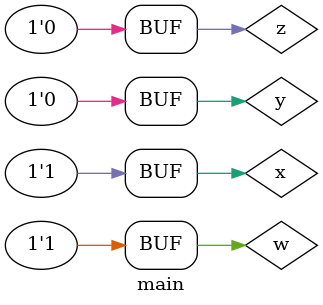
<source format=v>
module EX3_To_BCD (w,x,y,z,a,b,c,d);
    input w,x,y,z;
    output a,b,c,d;
    wire a,b,c,d;

    assign a = (w & y & z) | (w & x);
    assign b = (x & y & z) | (~x & ~y) | (~x & ~z);
    assign c = y ^ z;
    assign d = ~z;

endmodule

module main;
    reg w,x,y,z;
    wire a,b,c,d;
    EX3_To_BCD ex(w,x,y,z,a,b,c,d);
    initial 
    begin
        $monitor("EX3 = %b%b%b%b \t BCD = %b%b%b%b",w,x,y,z,a,b,c,d);
        #0 w = 0; x = 0; y = 1; z = 1;
        #1 w = 0; x = 1; y = 0; z = 0;
        #2 w = 0; x = 1; y = 0; z = 1;
        #3 w = 0; x = 1; y = 1; z = 0;
        #4 w = 0; x = 1; y = 1; z = 1;
        #5 w = 1; x = 0; y = 0; z = 0;
        #6 w = 1; x = 0; y = 0; z = 1;
        #7 w = 1; x = 0; y = 1; z = 0;
        #8 w = 1; x = 0; y = 1; z = 1;
        #9 w = 1; x = 1; y = 0; z = 0;
    end
endmodule 
</source>
